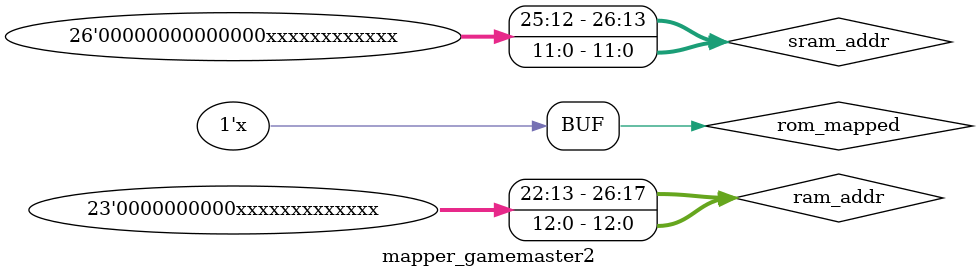
<source format=sv>

module mapper_gamemaster2 (
    cpu_bus_if.device_mp    cpu_bus,   // Interface for CPU communication
    mapper_out              out,       // Interface for mapper output
    block_info              block_info // Struct containing mapper configuration and parameters
);

    // Memory mapping control signals
    wire cs, mapper_en, rom_mapped;

    // Enable mapper if the mapper type is GameMaster2
    assign mapper_en = (block_info.typ == MAPPER_GM2);

    // Determine if the ROM is mapped (address range 4000h - BFFFh)
    assign rom_mapped = cpu_bus.addr[15] ^ cpu_bus.addr[14];

    // Chip select (cs) is active if the mapper is enabled and the CPU is performing a memory request (mreq)
    assign cs = mapper_en && cpu_bus.mreq;

    // Bank registers for memory mapping
    logic [5:0] bank1, bank2, bank3;

    // Bank switching logic based on CPU reset and clock signals
    always @(posedge cpu_bus.reset or posedge cpu_bus.clk) begin
        if (cpu_bus.reset) begin
            // Initialize banks after reset
            bank1 <= 6'h01;  // Default bank 1
            bank2 <= 6'h02;  // Default bank 2
            bank3 <= 6'h03;  // Default bank 3
        end else begin
            if (cs && cpu_bus.wr && cpu_bus.req) begin
                // Update bank registers based on the address range during a write
                case (cpu_bus.addr[15:12])
                    4'h6: bank1 <= cpu_bus.data[5:0];  // Bank 1 (6000h - 6FFFh)
                    4'h8: bank2 <= cpu_bus.data[5:0];  // Bank 2 (8000h - 8FFFh)
                    4'hA: bank3 <= cpu_bus.data[5:0];  // Bank 3 (A000h - AFFFh)
                    default: ;  // No action for other address ranges
                endcase
            end
        end
    end

    // Bank selection logic based on the CPU address range
    wire [5:0] bank_base = (cpu_bus.addr[15:13] == 3'b010) ? 6'h00 :  // Fixed bank for 4000h - 5FFFh
                           (cpu_bus.addr[15:13] == 3'b011) ? bank1 :  // Bank 1 (6000h - 7FFFh)
                           (cpu_bus.addr[15:13] == 3'b100) ? bank2 :  // Bank 2 (8000h - 9FFFh)
                                                             bank3 ;  // Bank 3 (A000h - BFFFh)

    // Generate RAM and SRAM addresses based on the selected bank and CPU address
    wire [26:0] ram_addr  = {10'b0, bank_base[3:0], cpu_bus.addr[12:0]};  // RAM address
    wire [26:0] sram_addr = {14'b0, bank_base[5],   cpu_bus.addr[11:0]};  // SRAM address

    // Enable SRAM if bit 4 of the bank register is set; otherwise, enable RAM for read operations
    wire sram_en = bank_base[4] && (cpu_bus.rd || cpu_bus.wr);
    wire ram_en  = ~sram_en && cpu_bus.rd && rom_mapped;

    // Output control signals
    assign out.sram_cs = cs && sram_en;  // SRAM chip select
    assign out.ram_cs  = cs && ram_en;   // RAM chip select
    assign out.rnw     = ~(out.sram_cs && cpu_bus.wr && cpu_bus.addr[15:12] == 4'hB);  // Read/Write control signal
    assign out.addr    = cs ? (sram_en ? sram_addr : ram_addr) : {27{1'b1}};  // Address output, default to all 1s if not selected

endmodule

</source>
